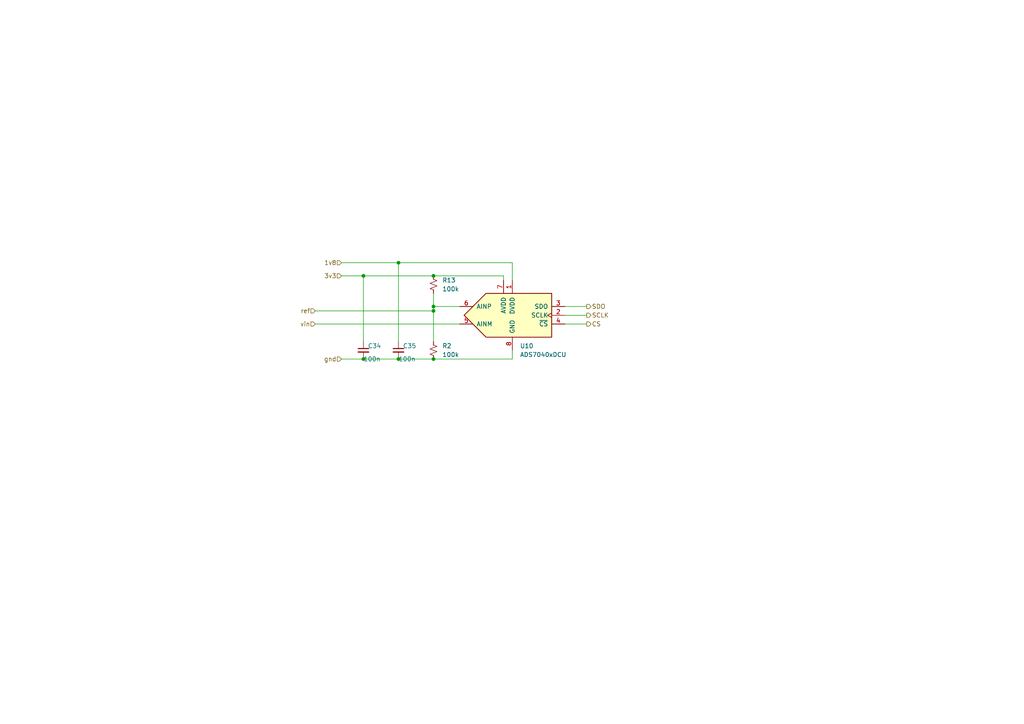
<source format=kicad_sch>
(kicad_sch
	(version 20231120)
	(generator "eeschema")
	(generator_version "8.0")
	(uuid "d668b4a0-4842-4805-a6c1-2f27fa9bb6f6")
	(paper "A4")
	(lib_symbols
		(symbol "Analog_ADC:ADS7040xDCU"
			(pin_names
				(offset 1.016)
			)
			(exclude_from_sim no)
			(in_bom yes)
			(on_board yes)
			(property "Reference" "U"
				(at -7.62 -7.62 0)
				(effects
					(font
						(size 1.27 1.27)
					)
					(justify left)
				)
			)
			(property "Value" "ADS7040xDCU"
				(at 2.54 -7.62 0)
				(effects
					(font
						(size 1.27 1.27)
					)
					(justify left)
				)
			)
			(property "Footprint" "Package_SO:VSSOP-8_2.3x2mm_P0.5mm"
				(at 2.54 16.51 0)
				(effects
					(font
						(size 1.27 1.27)
					)
					(hide yes)
				)
			)
			(property "Datasheet" "http://www.ti.com/lit/ds/symlink/ads7040.pdf"
				(at 0 0 0)
				(effects
					(font
						(size 1.27 1.27)
					)
					(hide yes)
				)
			)
			(property "Description" "Ultra-Low Power, Ultra-Small Size, 8-Bit, 1-MSPS, SAR ADC"
				(at 0 0 0)
				(effects
					(font
						(size 1.27 1.27)
					)
					(hide yes)
				)
			)
			(property "ki_keywords" "8 bit SAR ADC"
				(at 0 0 0)
				(effects
					(font
						(size 1.27 1.27)
					)
					(hide yes)
				)
			)
			(property "ki_fp_filters" "VSSOP*8*2.3x2mm*P0.5mm*"
				(at 0 0 0)
				(effects
					(font
						(size 1.27 1.27)
					)
					(hide yes)
				)
			)
			(symbol "ADS7040xDCU_0_1"
				(polyline
					(pts
						(xy -13.97 0) (xy -7.62 6.35) (xy 11.43 6.35) (xy 11.43 -6.35) (xy -7.62 -6.35) (xy -13.97 0)
					)
					(stroke
						(width 0.254)
						(type default)
					)
					(fill
						(type background)
					)
				)
			)
			(symbol "ADS7040xDCU_1_1"
				(pin power_in line
					(at 0 10.16 270)
					(length 3.81)
					(name "DVDD"
						(effects
							(font
								(size 1.27 1.27)
							)
						)
					)
					(number "1"
						(effects
							(font
								(size 1.27 1.27)
							)
						)
					)
				)
				(pin input clock
					(at 15.24 0 180)
					(length 3.81)
					(name "SCLK"
						(effects
							(font
								(size 1.27 1.27)
							)
						)
					)
					(number "2"
						(effects
							(font
								(size 1.27 1.27)
							)
						)
					)
				)
				(pin output line
					(at 15.24 2.54 180)
					(length 3.81)
					(name "SDO"
						(effects
							(font
								(size 1.27 1.27)
							)
						)
					)
					(number "3"
						(effects
							(font
								(size 1.27 1.27)
							)
						)
					)
				)
				(pin input line
					(at 15.24 -2.54 180)
					(length 3.81)
					(name "~{CS}"
						(effects
							(font
								(size 1.27 1.27)
							)
						)
					)
					(number "4"
						(effects
							(font
								(size 1.27 1.27)
							)
						)
					)
				)
				(pin input line
					(at -15.24 -2.54 0)
					(length 3.81)
					(name "AINM"
						(effects
							(font
								(size 1.27 1.27)
							)
						)
					)
					(number "5"
						(effects
							(font
								(size 1.27 1.27)
							)
						)
					)
				)
				(pin input line
					(at -15.24 2.54 0)
					(length 3.81)
					(name "AINP"
						(effects
							(font
								(size 1.27 1.27)
							)
						)
					)
					(number "6"
						(effects
							(font
								(size 1.27 1.27)
							)
						)
					)
				)
				(pin power_in line
					(at -2.54 10.16 270)
					(length 3.81)
					(name "AVDD"
						(effects
							(font
								(size 1.27 1.27)
							)
						)
					)
					(number "7"
						(effects
							(font
								(size 1.27 1.27)
							)
						)
					)
				)
				(pin power_in line
					(at 0 -10.16 90)
					(length 3.81)
					(name "GND"
						(effects
							(font
								(size 1.27 1.27)
							)
						)
					)
					(number "8"
						(effects
							(font
								(size 1.27 1.27)
							)
						)
					)
				)
			)
		)
		(symbol "Device:C_Small"
			(pin_numbers hide)
			(pin_names
				(offset 0.254) hide)
			(exclude_from_sim no)
			(in_bom yes)
			(on_board yes)
			(property "Reference" "C"
				(at 0.254 1.778 0)
				(effects
					(font
						(size 1.27 1.27)
					)
					(justify left)
				)
			)
			(property "Value" "C_Small"
				(at 0.254 -2.032 0)
				(effects
					(font
						(size 1.27 1.27)
					)
					(justify left)
				)
			)
			(property "Footprint" ""
				(at 0 0 0)
				(effects
					(font
						(size 1.27 1.27)
					)
					(hide yes)
				)
			)
			(property "Datasheet" "~"
				(at 0 0 0)
				(effects
					(font
						(size 1.27 1.27)
					)
					(hide yes)
				)
			)
			(property "Description" "Unpolarized capacitor, small symbol"
				(at 0 0 0)
				(effects
					(font
						(size 1.27 1.27)
					)
					(hide yes)
				)
			)
			(property "ki_keywords" "capacitor cap"
				(at 0 0 0)
				(effects
					(font
						(size 1.27 1.27)
					)
					(hide yes)
				)
			)
			(property "ki_fp_filters" "C_*"
				(at 0 0 0)
				(effects
					(font
						(size 1.27 1.27)
					)
					(hide yes)
				)
			)
			(symbol "C_Small_0_1"
				(polyline
					(pts
						(xy -1.524 -0.508) (xy 1.524 -0.508)
					)
					(stroke
						(width 0.3302)
						(type default)
					)
					(fill
						(type none)
					)
				)
				(polyline
					(pts
						(xy -1.524 0.508) (xy 1.524 0.508)
					)
					(stroke
						(width 0.3048)
						(type default)
					)
					(fill
						(type none)
					)
				)
			)
			(symbol "C_Small_1_1"
				(pin passive line
					(at 0 2.54 270)
					(length 2.032)
					(name "~"
						(effects
							(font
								(size 1.27 1.27)
							)
						)
					)
					(number "1"
						(effects
							(font
								(size 1.27 1.27)
							)
						)
					)
				)
				(pin passive line
					(at 0 -2.54 90)
					(length 2.032)
					(name "~"
						(effects
							(font
								(size 1.27 1.27)
							)
						)
					)
					(number "2"
						(effects
							(font
								(size 1.27 1.27)
							)
						)
					)
				)
			)
		)
		(symbol "Device:R_Small_US"
			(pin_numbers hide)
			(pin_names
				(offset 0.254) hide)
			(exclude_from_sim no)
			(in_bom yes)
			(on_board yes)
			(property "Reference" "R"
				(at 0.762 0.508 0)
				(effects
					(font
						(size 1.27 1.27)
					)
					(justify left)
				)
			)
			(property "Value" "R_Small_US"
				(at 0.762 -1.016 0)
				(effects
					(font
						(size 1.27 1.27)
					)
					(justify left)
				)
			)
			(property "Footprint" ""
				(at 0 0 0)
				(effects
					(font
						(size 1.27 1.27)
					)
					(hide yes)
				)
			)
			(property "Datasheet" "~"
				(at 0 0 0)
				(effects
					(font
						(size 1.27 1.27)
					)
					(hide yes)
				)
			)
			(property "Description" "Resistor, small US symbol"
				(at 0 0 0)
				(effects
					(font
						(size 1.27 1.27)
					)
					(hide yes)
				)
			)
			(property "ki_keywords" "r resistor"
				(at 0 0 0)
				(effects
					(font
						(size 1.27 1.27)
					)
					(hide yes)
				)
			)
			(property "ki_fp_filters" "R_*"
				(at 0 0 0)
				(effects
					(font
						(size 1.27 1.27)
					)
					(hide yes)
				)
			)
			(symbol "R_Small_US_1_1"
				(polyline
					(pts
						(xy 0 0) (xy 1.016 -0.381) (xy 0 -0.762) (xy -1.016 -1.143) (xy 0 -1.524)
					)
					(stroke
						(width 0)
						(type default)
					)
					(fill
						(type none)
					)
				)
				(polyline
					(pts
						(xy 0 1.524) (xy 1.016 1.143) (xy 0 0.762) (xy -1.016 0.381) (xy 0 0)
					)
					(stroke
						(width 0)
						(type default)
					)
					(fill
						(type none)
					)
				)
				(pin passive line
					(at 0 2.54 270)
					(length 1.016)
					(name "~"
						(effects
							(font
								(size 1.27 1.27)
							)
						)
					)
					(number "1"
						(effects
							(font
								(size 1.27 1.27)
							)
						)
					)
				)
				(pin passive line
					(at 0 -2.54 90)
					(length 1.016)
					(name "~"
						(effects
							(font
								(size 1.27 1.27)
							)
						)
					)
					(number "2"
						(effects
							(font
								(size 1.27 1.27)
							)
						)
					)
				)
			)
		)
	)
	(junction
		(at 115.57 104.14)
		(diameter 0)
		(color 0 0 0 0)
		(uuid "0355a8f3-9854-421a-8bcf-525f4427e0b7")
	)
	(junction
		(at 125.73 104.14)
		(diameter 0)
		(color 0 0 0 0)
		(uuid "31599300-702d-4534-92b3-2fa2f5b2e6ab")
	)
	(junction
		(at 115.57 76.2)
		(diameter 0)
		(color 0 0 0 0)
		(uuid "3ac2fe73-f144-4ab2-a085-5371de648677")
	)
	(junction
		(at 105.41 80.01)
		(diameter 0)
		(color 0 0 0 0)
		(uuid "5d6de3af-97fc-4070-b5e5-21ea29ecad32")
	)
	(junction
		(at 125.73 80.01)
		(diameter 0)
		(color 0 0 0 0)
		(uuid "6e53b144-2f97-4720-86ac-afa2e4f775e2")
	)
	(junction
		(at 105.41 104.14)
		(diameter 0)
		(color 0 0 0 0)
		(uuid "82469f82-d146-4737-90e3-3df2b15c86cd")
	)
	(junction
		(at 125.73 90.17)
		(diameter 0)
		(color 0 0 0 0)
		(uuid "bb5fcdca-ed28-4d91-81ae-71efecd2c42d")
	)
	(junction
		(at 125.73 88.9)
		(diameter 0)
		(color 0 0 0 0)
		(uuid "de2be409-8e90-4fe1-a334-042866601606")
	)
	(wire
		(pts
			(xy 99.06 76.2) (xy 115.57 76.2)
		)
		(stroke
			(width 0)
			(type default)
		)
		(uuid "08d7537f-6a48-4d38-a04a-e5c6c414b217")
	)
	(wire
		(pts
			(xy 148.59 104.14) (xy 125.73 104.14)
		)
		(stroke
			(width 0)
			(type default)
		)
		(uuid "0fa83433-7c55-4923-aa09-0471a73aec65")
	)
	(wire
		(pts
			(xy 91.44 90.17) (xy 125.73 90.17)
		)
		(stroke
			(width 0)
			(type default)
		)
		(uuid "2fc8d6cf-be84-4f07-8102-5961d0663cd9")
	)
	(wire
		(pts
			(xy 105.41 80.01) (xy 105.41 99.06)
		)
		(stroke
			(width 0)
			(type default)
		)
		(uuid "39fcd174-d14c-48fc-87fd-c19fd9e76469")
	)
	(wire
		(pts
			(xy 115.57 76.2) (xy 115.57 99.06)
		)
		(stroke
			(width 0)
			(type default)
		)
		(uuid "483e6e40-628f-409e-99a7-63f9f6ef2403")
	)
	(wire
		(pts
			(xy 148.59 101.6) (xy 148.59 104.14)
		)
		(stroke
			(width 0)
			(type default)
		)
		(uuid "4acb4e1e-5646-466c-a3ca-0bc0f7729d54")
	)
	(wire
		(pts
			(xy 163.83 93.98) (xy 170.18 93.98)
		)
		(stroke
			(width 0)
			(type default)
		)
		(uuid "5f80a938-500d-44c1-beb9-001f1fe53a69")
	)
	(wire
		(pts
			(xy 133.35 88.9) (xy 125.73 88.9)
		)
		(stroke
			(width 0)
			(type default)
		)
		(uuid "606e1de3-d23e-417d-8016-d1bb36773265")
	)
	(wire
		(pts
			(xy 125.73 80.01) (xy 146.05 80.01)
		)
		(stroke
			(width 0)
			(type default)
		)
		(uuid "61be9e03-e57a-4f93-b72d-94a11b6b3823")
	)
	(wire
		(pts
			(xy 105.41 104.14) (xy 99.06 104.14)
		)
		(stroke
			(width 0)
			(type default)
		)
		(uuid "64b8a895-a9c3-449b-a1c1-bd7750255de0")
	)
	(wire
		(pts
			(xy 125.73 90.17) (xy 125.73 99.06)
		)
		(stroke
			(width 0)
			(type default)
		)
		(uuid "68d1137f-cd4c-4018-a243-3163c61c1c37")
	)
	(wire
		(pts
			(xy 105.41 80.01) (xy 125.73 80.01)
		)
		(stroke
			(width 0)
			(type default)
		)
		(uuid "6d8db60b-90d7-4763-b7e3-75db7ec0f685")
	)
	(wire
		(pts
			(xy 146.05 80.01) (xy 146.05 81.28)
		)
		(stroke
			(width 0)
			(type default)
		)
		(uuid "7c17626f-c2fc-4cd3-95c7-ebe6cbf462cb")
	)
	(wire
		(pts
			(xy 91.44 93.98) (xy 133.35 93.98)
		)
		(stroke
			(width 0)
			(type default)
		)
		(uuid "7f23366a-471d-423d-b047-b96f967ef5ac")
	)
	(wire
		(pts
			(xy 125.73 104.14) (xy 115.57 104.14)
		)
		(stroke
			(width 0)
			(type default)
		)
		(uuid "8da10002-50bf-4528-a145-d39672445ad7")
	)
	(wire
		(pts
			(xy 99.06 80.01) (xy 105.41 80.01)
		)
		(stroke
			(width 0)
			(type default)
		)
		(uuid "8f0463e6-4042-4767-a551-176325e3401f")
	)
	(wire
		(pts
			(xy 125.73 88.9) (xy 125.73 85.09)
		)
		(stroke
			(width 0)
			(type default)
		)
		(uuid "ab6a47ce-b385-468d-abe4-040523133106")
	)
	(wire
		(pts
			(xy 115.57 104.14) (xy 105.41 104.14)
		)
		(stroke
			(width 0)
			(type default)
		)
		(uuid "bbd3004f-00a3-4907-8dfd-a7536fd9855a")
	)
	(wire
		(pts
			(xy 148.59 76.2) (xy 148.59 81.28)
		)
		(stroke
			(width 0)
			(type default)
		)
		(uuid "cde3efc2-045d-4f52-804d-dd875800d976")
	)
	(wire
		(pts
			(xy 125.73 88.9) (xy 125.73 90.17)
		)
		(stroke
			(width 0)
			(type default)
		)
		(uuid "d6344578-ae27-4d15-9b4c-ab3a6f3de4a6")
	)
	(wire
		(pts
			(xy 163.83 91.44) (xy 170.18 91.44)
		)
		(stroke
			(width 0)
			(type default)
		)
		(uuid "de73c19d-eaed-4d1d-a68e-abca0c24bc7c")
	)
	(wire
		(pts
			(xy 115.57 76.2) (xy 148.59 76.2)
		)
		(stroke
			(width 0)
			(type default)
		)
		(uuid "e29e8f91-88c5-4251-b9e1-b4325d33e4cc")
	)
	(wire
		(pts
			(xy 163.83 88.9) (xy 170.18 88.9)
		)
		(stroke
			(width 0)
			(type default)
		)
		(uuid "fb6ee8b1-0cad-41f4-b5b2-4c5ed8d661a7")
	)
	(hierarchical_label "ref"
		(shape input)
		(at 91.44 90.17 180)
		(fields_autoplaced yes)
		(effects
			(font
				(size 1.27 1.27)
			)
			(justify right)
		)
		(uuid "17ed5e8d-921c-4453-bd45-16ea9370abf8")
	)
	(hierarchical_label "gnd"
		(shape input)
		(at 99.06 104.14 180)
		(fields_autoplaced yes)
		(effects
			(font
				(size 1.27 1.27)
			)
			(justify right)
		)
		(uuid "21889aa5-e6e1-4274-9b47-8fdb4cee7000")
	)
	(hierarchical_label "vin"
		(shape input)
		(at 91.44 93.98 180)
		(fields_autoplaced yes)
		(effects
			(font
				(size 1.27 1.27)
			)
			(justify right)
		)
		(uuid "3a1ea9b6-0ac1-4d11-806a-6411a594d090")
	)
	(hierarchical_label "3v3"
		(shape input)
		(at 99.06 80.01 180)
		(fields_autoplaced yes)
		(effects
			(font
				(size 1.27 1.27)
			)
			(justify right)
		)
		(uuid "42ed70ff-0311-4853-a12c-477b3d101f4c")
	)
	(hierarchical_label "CS"
		(shape output)
		(at 170.18 93.98 0)
		(fields_autoplaced yes)
		(effects
			(font
				(size 1.27 1.27)
			)
			(justify left)
		)
		(uuid "7834bb7a-cb7a-4458-bc37-43867b70fd21")
	)
	(hierarchical_label "SCLK"
		(shape output)
		(at 170.18 91.44 0)
		(fields_autoplaced yes)
		(effects
			(font
				(size 1.27 1.27)
			)
			(justify left)
		)
		(uuid "9253c8b0-f0d7-4a01-a00b-c376909c18c1")
	)
	(hierarchical_label "SDO"
		(shape output)
		(at 170.18 88.9 0)
		(fields_autoplaced yes)
		(effects
			(font
				(size 1.27 1.27)
			)
			(justify left)
		)
		(uuid "bff82804-da03-43db-9f43-3a732072aeb2")
	)
	(hierarchical_label "1v8"
		(shape input)
		(at 99.06 76.2 180)
		(fields_autoplaced yes)
		(effects
			(font
				(size 1.27 1.27)
			)
			(justify right)
		)
		(uuid "dab677f9-cdfb-43e8-8518-9fe68b18edba")
	)
	(symbol
		(lib_id "Device:C_Small")
		(at 105.41 101.6 0)
		(unit 1)
		(exclude_from_sim no)
		(in_bom yes)
		(on_board yes)
		(dnp no)
		(uuid "33746551-810d-4d34-a08b-79872578a0ca")
		(property "Reference" "C34"
			(at 106.68 100.33 0)
			(effects
				(font
					(size 1.27 1.27)
				)
				(justify left)
			)
		)
		(property "Value" "100n"
			(at 105.41 104.14 0)
			(effects
				(font
					(size 1.27 1.27)
				)
				(justify left)
			)
		)
		(property "Footprint" "Capacitor_SMD:C_0402_1005Metric"
			(at 105.41 101.6 0)
			(effects
				(font
					(size 1.27 1.27)
				)
				(hide yes)
			)
		)
		(property "Datasheet" "~"
			(at 105.41 101.6 0)
			(effects
				(font
					(size 1.27 1.27)
				)
				(hide yes)
			)
		)
		(property "Description" ""
			(at 105.41 101.6 0)
			(effects
				(font
					(size 1.27 1.27)
				)
				(hide yes)
			)
		)
		(pin "1"
			(uuid "f970dff7-b568-4254-8f6e-bd0ba6ace1ea")
		)
		(pin "2"
			(uuid "a539c53b-936f-4496-b04e-7b0937d0b41c")
		)
		(instances
			(project "controller test board"
				(path "/e63e39d7-6ac0-4ffd-8aa3-1841a4541b55/e65baa50-3e61-46f2-a4c0-a92510b64bb7"
					(reference "C34")
					(unit 1)
				)
			)
		)
	)
	(symbol
		(lib_id "Device:C_Small")
		(at 115.57 101.6 0)
		(unit 1)
		(exclude_from_sim no)
		(in_bom yes)
		(on_board yes)
		(dnp no)
		(uuid "5a8c1f0c-6612-41d9-94eb-83923ea30b45")
		(property "Reference" "C35"
			(at 116.84 100.33 0)
			(effects
				(font
					(size 1.27 1.27)
				)
				(justify left)
			)
		)
		(property "Value" "100n"
			(at 115.57 104.14 0)
			(effects
				(font
					(size 1.27 1.27)
				)
				(justify left)
			)
		)
		(property "Footprint" "Capacitor_SMD:C_0402_1005Metric"
			(at 115.57 101.6 0)
			(effects
				(font
					(size 1.27 1.27)
				)
				(hide yes)
			)
		)
		(property "Datasheet" "~"
			(at 115.57 101.6 0)
			(effects
				(font
					(size 1.27 1.27)
				)
				(hide yes)
			)
		)
		(property "Description" ""
			(at 115.57 101.6 0)
			(effects
				(font
					(size 1.27 1.27)
				)
				(hide yes)
			)
		)
		(pin "1"
			(uuid "c307c381-d8e8-4e46-9667-daca0062920b")
		)
		(pin "2"
			(uuid "ce6e7d82-6e0a-4c71-8db9-d2a0613e6b05")
		)
		(instances
			(project "controller test board"
				(path "/e63e39d7-6ac0-4ffd-8aa3-1841a4541b55/e65baa50-3e61-46f2-a4c0-a92510b64bb7"
					(reference "C35")
					(unit 1)
				)
			)
		)
	)
	(symbol
		(lib_id "Device:R_Small_US")
		(at 125.73 82.55 180)
		(unit 1)
		(exclude_from_sim no)
		(in_bom yes)
		(on_board yes)
		(dnp no)
		(fields_autoplaced yes)
		(uuid "8cb75809-1896-4d3e-b8a0-428146f09ee6")
		(property "Reference" "R13"
			(at 128.27 81.2799 0)
			(effects
				(font
					(size 1.27 1.27)
				)
				(justify right)
			)
		)
		(property "Value" "100k"
			(at 128.27 83.8199 0)
			(effects
				(font
					(size 1.27 1.27)
				)
				(justify right)
			)
		)
		(property "Footprint" "Resistor_SMD:R_0402_1005Metric"
			(at 125.73 82.55 0)
			(effects
				(font
					(size 1.27 1.27)
				)
				(hide yes)
			)
		)
		(property "Datasheet" "~"
			(at 125.73 82.55 0)
			(effects
				(font
					(size 1.27 1.27)
				)
				(hide yes)
			)
		)
		(property "Description" ""
			(at 125.73 82.55 0)
			(effects
				(font
					(size 1.27 1.27)
				)
				(hide yes)
			)
		)
		(pin "1"
			(uuid "51797f4f-6a6d-4898-a6ec-c250ef8f6e4a")
		)
		(pin "2"
			(uuid "7205c600-8289-4815-882d-fa93ed7d8b58")
		)
		(instances
			(project "controller test board"
				(path "/e63e39d7-6ac0-4ffd-8aa3-1841a4541b55/e65baa50-3e61-46f2-a4c0-a92510b64bb7"
					(reference "R13")
					(unit 1)
				)
			)
		)
	)
	(symbol
		(lib_id "Device:R_Small_US")
		(at 125.73 101.6 0)
		(unit 1)
		(exclude_from_sim no)
		(in_bom yes)
		(on_board yes)
		(dnp no)
		(fields_autoplaced yes)
		(uuid "a9fc00eb-a188-439b-a131-d800f31e864a")
		(property "Reference" "R2"
			(at 128.27 100.3299 0)
			(effects
				(font
					(size 1.27 1.27)
				)
				(justify left)
			)
		)
		(property "Value" "100k"
			(at 128.27 102.8699 0)
			(effects
				(font
					(size 1.27 1.27)
				)
				(justify left)
			)
		)
		(property "Footprint" "Resistor_SMD:R_0402_1005Metric"
			(at 125.73 101.6 0)
			(effects
				(font
					(size 1.27 1.27)
				)
				(hide yes)
			)
		)
		(property "Datasheet" "~"
			(at 125.73 101.6 0)
			(effects
				(font
					(size 1.27 1.27)
				)
				(hide yes)
			)
		)
		(property "Description" ""
			(at 125.73 101.6 0)
			(effects
				(font
					(size 1.27 1.27)
				)
				(hide yes)
			)
		)
		(pin "1"
			(uuid "33bcbf19-1e8f-4211-ac83-e5b2248aa629")
		)
		(pin "2"
			(uuid "a06ed762-6c2c-4c31-959c-2f1cd51d27b0")
		)
		(instances
			(project "controller test board"
				(path "/e63e39d7-6ac0-4ffd-8aa3-1841a4541b55/e65baa50-3e61-46f2-a4c0-a92510b64bb7"
					(reference "R2")
					(unit 1)
				)
			)
		)
	)
	(symbol
		(lib_id "Analog_ADC:ADS7040xDCU")
		(at 148.59 91.44 0)
		(unit 1)
		(exclude_from_sim no)
		(in_bom yes)
		(on_board yes)
		(dnp no)
		(fields_autoplaced yes)
		(uuid "efe0f109-54e0-474b-9d4c-8bcbfce3c664")
		(property "Reference" "U10"
			(at 150.7841 100.33 0)
			(effects
				(font
					(size 1.27 1.27)
				)
				(justify left)
			)
		)
		(property "Value" "ADS7040xDCU"
			(at 150.7841 102.87 0)
			(effects
				(font
					(size 1.27 1.27)
				)
				(justify left)
			)
		)
		(property "Footprint" "Package_SO:VSSOP-8_2.3x2mm_P0.5mm"
			(at 151.13 74.93 0)
			(effects
				(font
					(size 1.27 1.27)
				)
				(hide yes)
			)
		)
		(property "Datasheet" "http://www.ti.com/lit/ds/symlink/ads7040.pdf"
			(at 148.59 91.44 0)
			(effects
				(font
					(size 1.27 1.27)
				)
				(hide yes)
			)
		)
		(property "Description" "Ultra-Low Power, Ultra-Small Size, 8-Bit, 1-MSPS, SAR ADC"
			(at 148.59 91.44 0)
			(effects
				(font
					(size 1.27 1.27)
				)
				(hide yes)
			)
		)
		(pin "1"
			(uuid "e3dee636-a97d-492f-948d-f9c901de2a88")
		)
		(pin "6"
			(uuid "2db1c2ad-a0ab-4006-ad46-7ef1a9d22367")
		)
		(pin "8"
			(uuid "1561d648-955d-424d-9213-c135d8cfb41b")
		)
		(pin "4"
			(uuid "aa8b2e30-06fa-441f-87c6-9c48622cd057")
		)
		(pin "5"
			(uuid "3b4f431c-d2f5-428a-827a-2eed489d6ae5")
		)
		(pin "7"
			(uuid "324cb866-c606-4e40-b04f-6b119c73d414")
		)
		(pin "3"
			(uuid "e3f91e0c-164e-4291-98b1-ab7b396eafd9")
		)
		(pin "2"
			(uuid "8b6086dc-a93e-4f6e-9e61-af0d7fd92b1e")
		)
		(instances
			(project "controller test board"
				(path "/e63e39d7-6ac0-4ffd-8aa3-1841a4541b55/e65baa50-3e61-46f2-a4c0-a92510b64bb7"
					(reference "U10")
					(unit 1)
				)
			)
		)
	)
)

</source>
